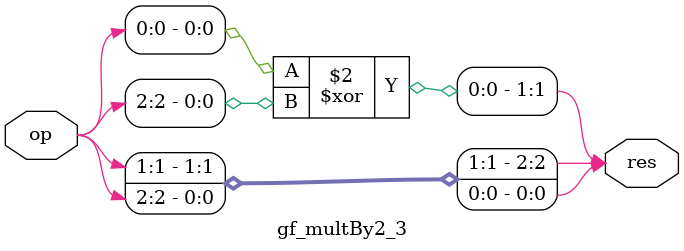
<source format=v>
module gf_multBy2_3(op, res);

// -------------------------------------------------------------------------- //
// ------------- Triple Modular Redundancy Generator Directives ------------- //
// -------------------------------------------------------------------------- //
// tmrg do_not_touch
// -------------------------------------------------------------------------- //

	input      [2:0] op;
	output reg [2:0] res;

	always @(op) begin
		res = {op[1], op[0]^op[2], op[2]};
	end

endmodule

</source>
